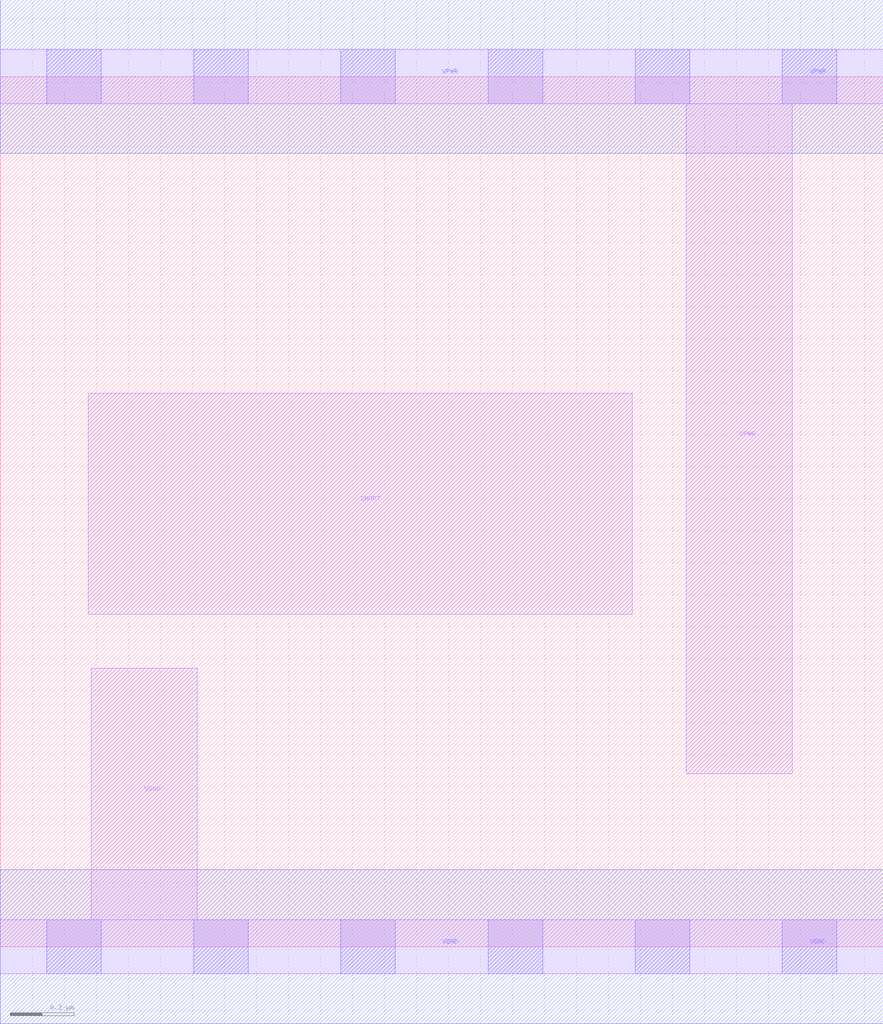
<source format=lef>
# Copyright 2020 The SkyWater PDK Authors
#
# Licensed under the Apache License, Version 2.0 (the "License");
# you may not use this file except in compliance with the License.
# You may obtain a copy of the License at
#
#     https://www.apache.org/licenses/LICENSE-2.0
#
# Unless required by applicable law or agreed to in writing, software
# distributed under the License is distributed on an "AS IS" BASIS,
# WITHOUT WARRANTIES OR CONDITIONS OF ANY KIND, either express or implied.
# See the License for the specific language governing permissions and
# limitations under the License.
#
# SPDX-License-Identifier: Apache-2.0

VERSION 5.7 ;
  NAMESCASESENSITIVE ON ;
  NOWIREEXTENSIONATPIN ON ;
  DIVIDERCHAR "/" ;
  BUSBITCHARS "[]" ;
UNITS
  DATABASE MICRONS 200 ;
END UNITS
MACRO sky130_fd_sc_hd__lpflow_bleeder_1
  CLASS CORE ;
  SOURCE USER ;
  FOREIGN sky130_fd_sc_hd__lpflow_bleeder_1 ;
  ORIGIN  0.000000  0.000000 ;
  SIZE  2.760000 BY  2.720000 ;
  SYMMETRY X Y R90 ;
  SITE unithd ;
  PIN SHORT
    ANTENNAGATEAREA  0.270000 ;
    DIRECTION INPUT ;
    USE SIGNAL ;
    PORT
      LAYER li1 ;
        RECT 0.275000 1.040000 1.975000 1.730000 ;
    END
  END SHORT
  PIN VGND
    DIRECTION INOUT ;
    SHAPE ABUTMENT ;
    USE GROUND ;
    PORT
      LAYER li1 ;
        RECT 0.000000 -0.085000 2.760000 0.085000 ;
        RECT 0.285000  0.085000 0.615000 0.870000 ;
      LAYER mcon ;
        RECT 0.145000 -0.085000 0.315000 0.085000 ;
        RECT 0.605000 -0.085000 0.775000 0.085000 ;
        RECT 1.065000 -0.085000 1.235000 0.085000 ;
        RECT 1.525000 -0.085000 1.695000 0.085000 ;
        RECT 1.985000 -0.085000 2.155000 0.085000 ;
        RECT 2.445000 -0.085000 2.615000 0.085000 ;
      LAYER met1 ;
        RECT 0.000000 -0.240000 2.760000 0.240000 ;
    END
  END VGND
  PIN VPWR
    DIRECTION INOUT ;
    SHAPE ABUTMENT ;
    USE POWER ;
    PORT
      LAYER li1 ;
        RECT 0.000000 2.635000 2.760000 2.805000 ;
        RECT 2.145000 0.540000 2.475000 2.635000 ;
      LAYER mcon ;
        RECT 0.145000 2.635000 0.315000 2.805000 ;
        RECT 0.605000 2.635000 0.775000 2.805000 ;
        RECT 1.065000 2.635000 1.235000 2.805000 ;
        RECT 1.525000 2.635000 1.695000 2.805000 ;
        RECT 1.985000 2.635000 2.155000 2.805000 ;
        RECT 2.445000 2.635000 2.615000 2.805000 ;
      LAYER met1 ;
        RECT 0.000000 2.480000 2.760000 2.960000 ;
    END
  END VPWR
END sky130_fd_sc_hd__lpflow_bleeder_1
END LIBRARY

</source>
